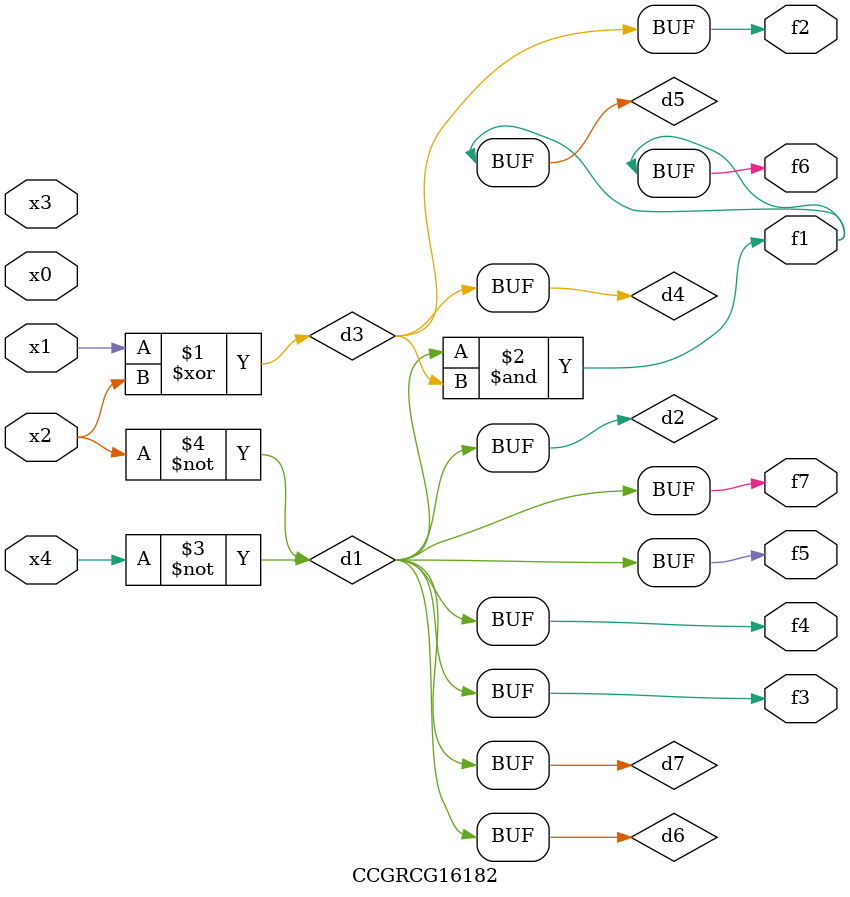
<source format=v>
module CCGRCG16182(
	input x0, x1, x2, x3, x4,
	output f1, f2, f3, f4, f5, f6, f7
);

	wire d1, d2, d3, d4, d5, d6, d7;

	not (d1, x4);
	not (d2, x2);
	xor (d3, x1, x2);
	buf (d4, d3);
	and (d5, d1, d3);
	buf (d6, d1, d2);
	buf (d7, d2);
	assign f1 = d5;
	assign f2 = d4;
	assign f3 = d7;
	assign f4 = d7;
	assign f5 = d7;
	assign f6 = d5;
	assign f7 = d7;
endmodule

</source>
